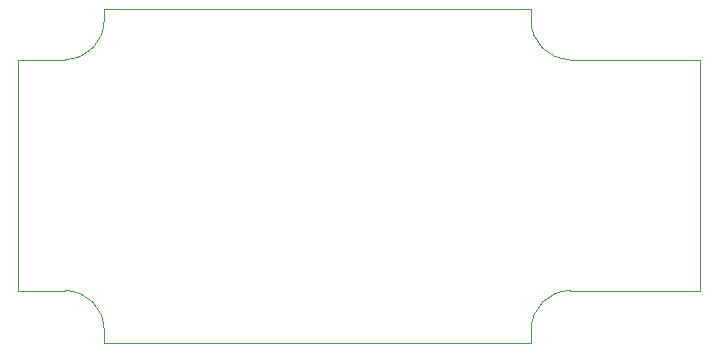
<source format=gbr>
%TF.GenerationSoftware,KiCad,Pcbnew,7.0.7*%
%TF.CreationDate,2023-09-18T12:00:33+02:00*%
%TF.ProjectId,AT90S4433_evaluation_board,41543930-5334-4343-9333-5f6576616c75,rev?*%
%TF.SameCoordinates,Original*%
%TF.FileFunction,Profile,NP*%
%FSLAX46Y46*%
G04 Gerber Fmt 4.6, Leading zero omitted, Abs format (unit mm)*
G04 Created by KiCad (PCBNEW 7.0.7) date 2023-09-18 12:00:33*
%MOMM*%
%LPD*%
G01*
G04 APERTURE LIST*
%TA.AperFunction,Profile*%
%ADD10C,0.100000*%
%TD*%
G04 APERTURE END LIST*
D10*
X142519400Y-73533000D02*
X142519400Y-74549000D01*
X142519400Y-74549000D02*
G75*
G03*
X145821400Y-77851000I3302000J0D01*
G01*
X142544800Y-101854000D02*
X142542867Y-100711000D01*
X107696000Y-101854000D02*
X106375200Y-101854000D01*
X141224000Y-101854000D02*
X142544800Y-101854000D01*
X103075133Y-77851000D02*
X99060000Y-77851000D01*
X142062200Y-73533000D02*
X142519400Y-73533000D01*
X156845000Y-77851000D02*
X145821400Y-77851000D01*
X145844867Y-97408967D02*
G75*
G03*
X142542867Y-100711000I33J-3302033D01*
G01*
X106377100Y-100711000D02*
G75*
G03*
X103075133Y-97409000I-3302000J0D01*
G01*
X99060000Y-97409000D02*
X99060000Y-77851000D01*
X156845000Y-77851000D02*
X156845000Y-97409000D01*
X106375200Y-73533000D02*
X107645200Y-73533000D01*
X107696000Y-101854000D02*
X141224000Y-101854000D01*
X156845000Y-97409000D02*
X145844867Y-97409000D01*
X141224000Y-73533000D02*
X142062200Y-73533000D01*
X99060000Y-97409000D02*
X103075133Y-97409000D01*
X106377133Y-74549000D02*
X106375200Y-73533000D01*
X103075133Y-77851033D02*
G75*
G03*
X106377133Y-74549000I-33J3302033D01*
G01*
X106377133Y-100711000D02*
X106375200Y-101854000D01*
X141224000Y-73533000D02*
X107645200Y-73533000D01*
M02*

</source>
